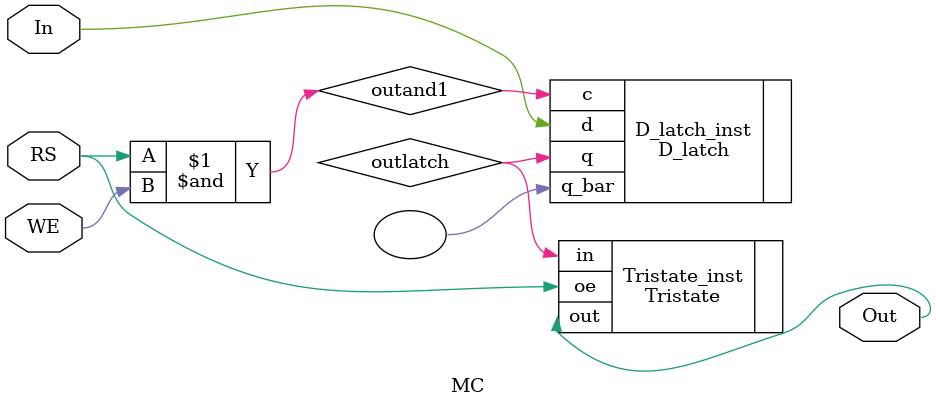
<source format=v>
module MC (Out,In,RS,WE);
	output wire Out;
	input wire RS,WE,In;
	wire outand1;
	wire outlatch;
	and and1(outand1,RS,WE);
	//bufif1 bufif1_1(Out,outlatch,RS);
Tristate Tristate_inst(
	.out(Out),
	.in(outlatch),
	.oe(RS)
);
	
D_latch D_latch_inst(
	.q(outlatch),
	.d(In),
	.c(outand1),
	.q_bar()
);

endmodule

</source>
